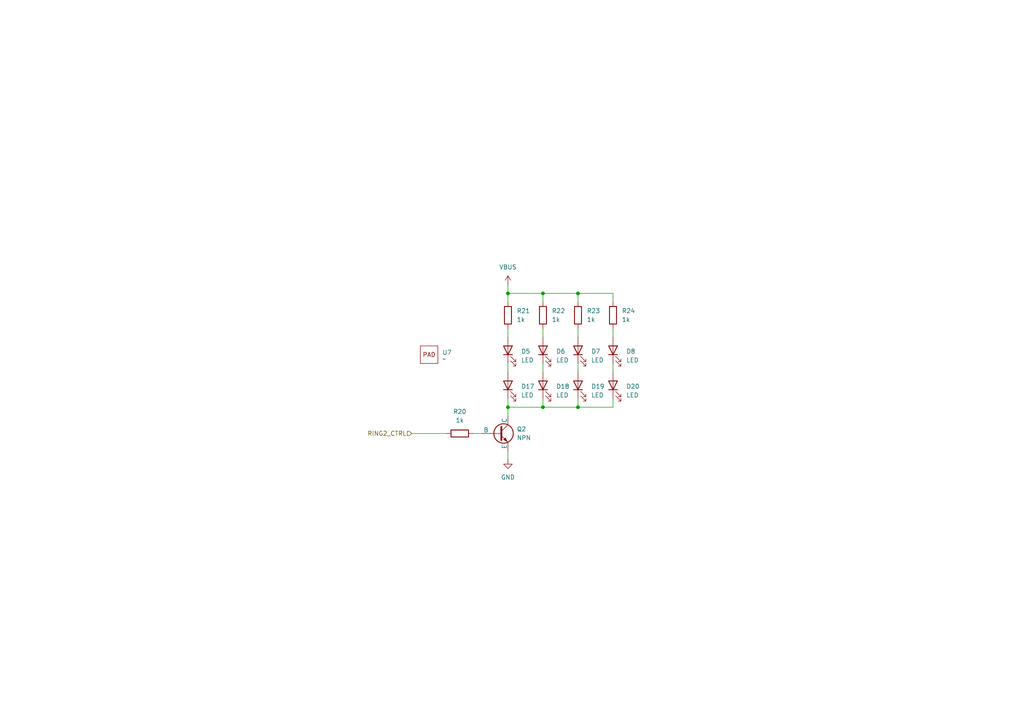
<source format=kicad_sch>
(kicad_sch (version 20231120) (generator "eeschema") (generator_version "8.0")
  (paper "A4")
  (lib_symbols
    (symbol "Device:LED" (pin_numbers hide) (pin_names (offset 1.016) hide)
      (property "Reference" "D" (at 0 2.54 0))
      (property "Value" "LED" (at 0 -2.54 0))
      (symbol "LED_0_1"
        (polyline (pts (xy -1.27 -1.27) (xy -1.27 1.27)) (stroke (width 0.254)))
        (polyline (pts (xy -1.27 0) (xy 1.27 0)))
        (polyline (pts (xy 1.27 -1.27) (xy 1.27 1.27) (xy -1.27 0) (xy 1.27 -1.27)) (stroke (width 0.254)))
        (polyline (pts (xy -3.048 -0.762) (xy -4.572 -2.286) (xy -3.81 -2.286) (xy -4.572 -2.286) (xy -4.572 -1.524)))
        (polyline (pts (xy -1.778 -0.762) (xy -3.302 -2.286) (xy -2.54 -2.286) (xy -3.302 -2.286) (xy -3.302 -1.524)))
      )
      (symbol "LED_1_1"
        (pin passive line (at -3.81 0 0) (length 2.54) (name "K") (number "1"))
        (pin passive line (at 3.81 0 180) (length 2.54) (name "A") (number "2"))
      )
    )
    (symbol "Device:R" (pin_numbers hide) (pin_names (offset 0))
      (property "Reference" "R" (at 2.032 0 90))
      (property "Value" "R" (at 0 0 90))
      (symbol "R_0_1"
        (rectangle (start -1.016 -2.54) (end 1.016 2.54) (stroke (width 0.254)))
      )
      (symbol "R_1_1"
        (pin passive line (at 0 3.81 270) (length 1.27) (name "~") (number "1"))
        (pin passive line (at 0 -3.81 90) (length 1.27) (name "~") (number "2"))
      )
    )
    (symbol "Simulation_SPICE:NPN" (pin_numbers hide) (pin_names (offset 0))
      (property "Reference" "Q" (at -2.54 7.62 0))
      (property "Value" "NPN" (at -2.54 5.08 0))
      (symbol "NPN_0_1"
        (polyline (pts (xy -2.54 0) (xy 0.635 0)) (stroke (width 0.1524)))
        (polyline (pts (xy 0.635 0.635) (xy 2.54 2.54)))
        (polyline (pts (xy 2.794 -1.27) (xy 2.794 -1.27)) (stroke (width 0.1524)))
        (polyline (pts (xy 2.794 -1.27) (xy 2.794 -1.27)) (stroke (width 0.1524)))
        (polyline (pts (xy 0.635 -0.635) (xy 2.54 -2.54) (xy 2.54 -2.54)))
        (polyline (pts (xy 0.635 1.905) (xy 0.635 -1.905) (xy 0.635 -1.905)) (stroke (width 0.508)))
        (polyline (pts (xy 1.27 -1.778) (xy 1.778 -1.27) (xy 2.286 -2.286) (xy 1.27 -1.778) (xy 1.27 -1.778)) (fill (type outline)))
        (circle (center 1.27 0) (radius 2.8194) (stroke (width 0.254)))
      )
      (symbol "NPN_1_1"
        (pin open_collector line (at 2.54 5.08 270) (length 2.54) (name "C") (number "1"))
        (pin input line (at -5.08 0 0) (length 2.54) (name "B") (number "2"))
        (pin open_emitter line (at 2.54 -5.08 90) (length 2.54) (name "E") (number "3"))
      )
    )
    (symbol "cap_pads:capacitive_pad_guide"
      (property "Reference" "U" (at 0 0 0))
      (symbol "capacitive_pad_guide_0_1"
        (rectangle (start -2.54 -1.27) (end 2.54 -6.35))
      )
      (symbol "capacitive_pad_guide_1_1"
        (text "PAD" (at 0 -3.81 0) (effects (font (size 1.27 1.27))))
      )
    )
    (symbol "power:GND" (power) (pin_numbers hide) (pin_names (offset 0) hide)
      (property "Value" "GND" (at 0 -3.81 0))
      (symbol "GND_0_1"
        (polyline (pts (xy 0 0) (xy 0 -1.27) (xy 1.27 -1.27) (xy 0 -2.54) (xy -1.27 -1.27) (xy 0 -1.27)))
      )
      (symbol "GND_1_1"
        (pin power_in line (at 0 0 270) (length 0) (name "~") (number "1"))
      )
    )
    (symbol "power:VBUS" (power) (pin_numbers hide) (pin_names (offset 0) hide)
      (property "Value" "VBUS" (at 0 3.556 0))
      (symbol "VBUS_0_1"
        (polyline (pts (xy -0.762 1.27) (xy 0 2.54)))
        (polyline (pts (xy 0 0) (xy 0 2.54)))
        (polyline (pts (xy 0 2.54) (xy 0.762 1.27)))
      )
      (symbol "VBUS_1_1"
        (pin power_in line (at 0 0 90) (length 0) (name "~") (number "1"))
      )
    )
  )
  (junction (at 167.64 118.11))
  (junction (at 157.48 118.11))
  (junction (at 157.48 85.09))
  (junction (at 147.32 85.09))
  (junction (at 167.64 85.09))
  (junction (at 147.32 118.11))
  (wire (pts (xy 147.32 118.11) (xy 147.32 120.65)))
  (wire (pts (xy 157.48 105.41) (xy 157.48 107.95)))
  (wire (pts (xy 167.64 85.09) (xy 177.8 85.09)))
  (wire (pts (xy 167.64 115.57) (xy 167.64 118.11)))
  (wire (pts (xy 147.32 85.09) (xy 157.48 85.09)))
  (wire (pts (xy 137.16 125.73) (xy 139.7 125.73)))
  (wire (pts (xy 147.32 95.25) (xy 147.32 97.79)))
  (wire (pts (xy 147.32 87.63) (xy 147.32 85.09)))
  (wire (pts (xy 167.64 95.25) (xy 167.64 97.79)))
  (wire (pts (xy 157.48 85.09) (xy 157.48 87.63)))
  (wire (pts (xy 157.48 95.25) (xy 157.48 97.79)))
  (wire (pts (xy 177.8 107.95) (xy 177.8 105.41)))
  (wire (pts (xy 177.8 95.25) (xy 177.8 97.79)))
  (wire (pts (xy 119.38 125.73) (xy 129.54 125.73)))
  (wire (pts (xy 147.32 105.41) (xy 147.32 107.95)))
  (wire (pts (xy 147.32 118.11) (xy 157.48 118.11)))
  (wire (pts (xy 177.8 118.11) (xy 177.8 115.57)))
  (wire (pts (xy 167.64 118.11) (xy 177.8 118.11)))
  (wire (pts (xy 157.48 115.57) (xy 157.48 118.11)))
  (wire (pts (xy 177.8 85.09) (xy 177.8 87.63)))
  (wire (pts (xy 167.64 105.41) (xy 167.64 107.95)))
  (wire (pts (xy 157.48 85.09) (xy 167.64 85.09)))
  (wire (pts (xy 147.32 82.55) (xy 147.32 85.09)))
  (wire (pts (xy 167.64 85.09) (xy 167.64 87.63)))
  (wire (pts (xy 147.32 115.57) (xy 147.32 118.11)))
  (wire (pts (xy 157.48 118.11) (xy 167.64 118.11)))
  (wire (pts (xy 147.32 130.81) (xy 147.32 133.35)))
  (hierarchical_label "RING2_CTRL" (shape input) (at 119.38 125.73 180))
  (symbol (lib_id "Device:LED") (at 157.48 111.76 90) (unit 1)
    (property "Reference" "D18" (at 161.29 112.0774 90) (effects (justify right)))
    (property "Value" "LED" (at 161.29 114.6174 90) (effects (justify right)))
    (property "Footprint" "LED_SMD:LED_1206_3216Metric" (effects (hide yes)))
    (property "Description" "Light emitting diode" (effects (hide yes)))
  )
  (symbol (lib_id "Device:LED") (at 167.64 101.6 90) (unit 1)
    (property "Reference" "D7" (at 171.45 101.9174 90) (effects (justify right)))
    (property "Value" "LED" (at 171.45 104.4574 90) (effects (justify right)))
    (property "Footprint" "LED_SMD:LED_1206_3216Metric" (effects (hide yes)))
    (property "Description" "Light emitting diode" (effects (hide yes)))
  )
  (symbol (lib_id "Simulation_SPICE:NPN") (at 144.78 125.73 0) (unit 1)
    (property "Reference" "Q2" (at 149.86 124.4599 0) (effects (justify left)))
    (property "Value" "NPN" (at 149.86 126.9999 0) (effects (justify left)))
    (property "Footprint" "Package_TO_SOT_SMD:SOT-323_SC-70" (effects (hide yes)))
    (property "Datasheet" "https://ngspice.sourceforge.io/docs/ngspice-html-manual/manual.xhtml#cha_BJTs" (effects (hide yes)))
    (property "Description" "Bipolar transistor symbol for simulation only, substrate tied to the emitter" (effects (hide yes)))
    (property "Sim.Device" "NPN" (effects (hide yes)))
    (property "Sim.Type" "GUMMELPOON" (effects (hide yes)))
    (property "Sim.Pins" "1=C 2=B 3=E" (effects (hide yes)))
  )
  (symbol (lib_id "Device:LED") (at 147.32 101.6 90) (unit 1)
    (property "Reference" "D5" (at 151.13 101.9174 90) (effects (justify right)))
    (property "Value" "LED" (at 151.13 104.4574 90) (effects (justify right)))
    (property "Footprint" "LED_SMD:LED_1206_3216Metric" (effects (hide yes)))
    (property "Description" "Light emitting diode" (effects (hide yes)))
  )
  (symbol (lib_id "Device:LED") (at 147.32 111.76 90) (unit 1)
    (property "Reference" "D17" (at 151.13 112.0774 90) (effects (justify right)))
    (property "Value" "LED" (at 151.13 114.6174 90) (effects (justify right)))
    (property "Footprint" "LED_SMD:LED_1206_3216Metric" (effects (hide yes)))
    (property "Description" "Light emitting diode" (effects (hide yes)))
  )
  (symbol (lib_id "Device:R") (at 133.35 125.73 90) (unit 1)
    (property "Reference" "R20" (at 133.35 119.38 90))
    (property "Value" "1k" (at 133.35 121.92 90))
    (property "Footprint" "Resistor_SMD:R_0603_1608Metric" (effects (hide yes)))
    (property "Description" "Resistor" (effects (hide yes)))
  )
  (symbol (lib_id "cap_pads:capacitive_pad_guide") (at 124.46 99.06 0) (unit 1)
    (property "Reference" "U7" (at 128.27 102.2349 0) (effects (justify left)))
    (property "Value" "~" (at 128.27 104.14 0) (effects (justify left)))
    (property "Footprint" "cap_pads:square_20x20mm_guide" (effects (hide yes)))
  )
  (symbol (lib_id "power:VBUS") (at 147.32 82.55 0) (unit 1)
    (property "Reference" "#PWR014" (effects (hide yes)))
    (property "Value" "VBUS" (at 147.32 77.47 0))
    (property "Description" "Power symbol creates a global label with name \"VBUS\"" (effects (hide yes)))
  )
  (symbol (lib_id "Device:R") (at 157.48 91.44 0) (unit 1)
    (property "Reference" "R22" (at 160.02 90.1699 0) (effects (justify left)))
    (property "Value" "1k" (at 160.02 92.7099 0) (effects (justify left)))
    (property "Footprint" "Resistor_SMD:R_0603_1608Metric" (effects (hide yes)))
    (property "Description" "Resistor" (effects (hide yes)))
  )
  (symbol (lib_id "Device:R") (at 167.64 91.44 0) (unit 1)
    (property "Reference" "R23" (at 170.18 90.1699 0) (effects (justify left)))
    (property "Value" "1k" (at 170.18 92.7099 0) (effects (justify left)))
    (property "Footprint" "Resistor_SMD:R_0603_1608Metric" (effects (hide yes)))
    (property "Description" "Resistor" (effects (hide yes)))
  )
  (symbol (lib_id "Device:LED") (at 177.8 101.6 90) (unit 1)
    (property "Reference" "D8" (at 181.61 101.9174 90) (effects (justify right)))
    (property "Value" "LED" (at 181.61 104.4574 90) (effects (justify right)))
    (property "Footprint" "LED_SMD:LED_1206_3216Metric" (effects (hide yes)))
    (property "Description" "Light emitting diode" (effects (hide yes)))
  )
  (symbol (lib_id "Device:LED") (at 177.8 111.76 90) (unit 1)
    (property "Reference" "D20" (at 181.61 112.0774 90) (effects (justify right)))
    (property "Value" "LED" (at 181.61 114.6174 90) (effects (justify right)))
    (property "Footprint" "LED_SMD:LED_1206_3216Metric" (effects (hide yes)))
    (property "Description" "Light emitting diode" (effects (hide yes)))
  )
  (symbol (lib_id "Device:LED") (at 157.48 101.6 90) (unit 1)
    (property "Reference" "D6" (at 161.29 101.9174 90) (effects (justify right)))
    (property "Value" "LED" (at 161.29 104.4574 90) (effects (justify right)))
    (property "Footprint" "LED_SMD:LED_1206_3216Metric" (effects (hide yes)))
    (property "Description" "Light emitting diode" (effects (hide yes)))
  )
  (symbol (lib_id "power:GND") (at 147.32 133.35 0) (unit 1)
    (property "Reference" "#PWR032" (effects (hide yes)))
    (property "Value" "GND" (at 147.32 138.43 0))
    (property "Description" "Power symbol creates a global label with name \"GND\" , ground" (effects (hide yes)))
  )
  (symbol (lib_id "Device:R") (at 147.32 91.44 0) (unit 1)
    (property "Reference" "R21" (at 149.86 90.1699 0) (effects (justify left)))
    (property "Value" "1k" (at 149.86 92.7099 0) (effects (justify left)))
    (property "Footprint" "Resistor_SMD:R_0603_1608Metric" (effects (hide yes)))
    (property "Description" "Resistor" (effects (hide yes)))
  )
  (symbol (lib_id "Device:LED") (at 167.64 111.76 90) (unit 1)
    (property "Reference" "D19" (at 171.45 112.0774 90) (effects (justify right)))
    (property "Value" "LED" (at 171.45 114.6174 90) (effects (justify right)))
    (property "Footprint" "LED_SMD:LED_1206_3216Metric" (effects (hide yes)))
    (property "Description" "Light emitting diode" (effects (hide yes)))
  )
  (symbol (lib_id "Device:R") (at 177.8 91.44 0) (unit 1)
    (property "Reference" "R24" (at 180.34 90.1699 0) (effects (justify left)))
    (property "Value" "1k" (at 180.34 92.7099 0) (effects (justify left)))
    (property "Footprint" "Resistor_SMD:R_0603_1608Metric" (effects (hide yes)))
    (property "Description" "Resistor" (effects (hide yes)))
  )
)
</source>
